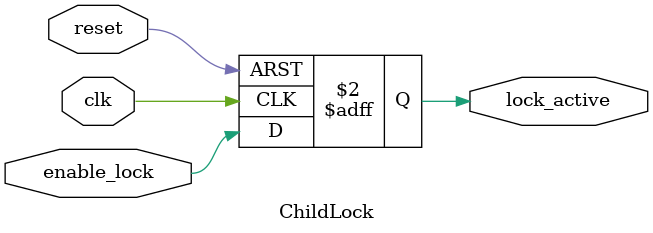
<source format=v>
`timescale 1ns / 100ps

module ChildLock(
    input clk,
    input reset,
    input enable_lock,
    output reg lock_active
);

    always @(posedge clk or posedge reset) begin
        if (reset)
            lock_active <= 0;
        else
            lock_active <= enable_lock;
    end
endmodule

</source>
